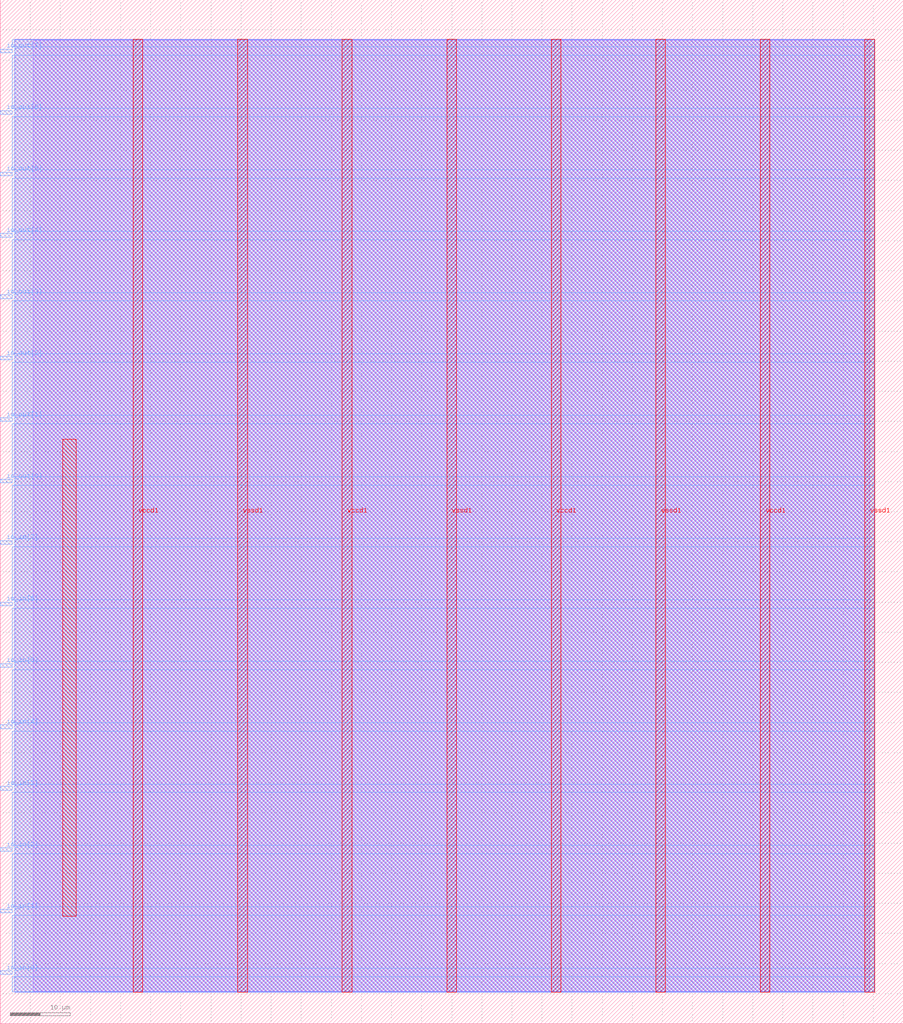
<source format=lef>
VERSION 5.7 ;
  NOWIREEXTENSIONATPIN ON ;
  DIVIDERCHAR "/" ;
  BUSBITCHARS "[]" ;
MACRO user_module_341609034095264340
  CLASS BLOCK ;
  FOREIGN user_module_341609034095264340 ;
  ORIGIN 0.000 0.000 ;
  SIZE 150.000 BY 170.000 ;
  PIN io_in[0]
    DIRECTION INPUT ;
    USE SIGNAL ;
    PORT
      LAYER met3 ;
        RECT 0.000 8.200 2.000 8.800 ;
    END
  END io_in[0]
  PIN io_in[1]
    DIRECTION INPUT ;
    USE SIGNAL ;
    PORT
      LAYER met3 ;
        RECT 0.000 18.400 2.000 19.000 ;
    END
  END io_in[1]
  PIN io_in[2]
    DIRECTION INPUT ;
    USE SIGNAL ;
    PORT
      LAYER met3 ;
        RECT 0.000 28.600 2.000 29.200 ;
    END
  END io_in[2]
  PIN io_in[3]
    DIRECTION INPUT ;
    USE SIGNAL ;
    PORT
      LAYER met3 ;
        RECT 0.000 38.800 2.000 39.400 ;
    END
  END io_in[3]
  PIN io_in[4]
    DIRECTION INPUT ;
    USE SIGNAL ;
    PORT
      LAYER met3 ;
        RECT 0.000 49.000 2.000 49.600 ;
    END
  END io_in[4]
  PIN io_in[5]
    DIRECTION INPUT ;
    USE SIGNAL ;
    PORT
      LAYER met3 ;
        RECT 0.000 59.200 2.000 59.800 ;
    END
  END io_in[5]
  PIN io_in[6]
    DIRECTION INPUT ;
    USE SIGNAL ;
    PORT
      LAYER met3 ;
        RECT 0.000 69.400 2.000 70.000 ;
    END
  END io_in[6]
  PIN io_in[7]
    DIRECTION INPUT ;
    USE SIGNAL ;
    PORT
      LAYER met3 ;
        RECT 0.000 79.600 2.000 80.200 ;
    END
  END io_in[7]
  PIN io_out[0]
    DIRECTION OUTPUT TRISTATE ;
    USE SIGNAL ;
    PORT
      LAYER met3 ;
        RECT 0.000 89.800 2.000 90.400 ;
    END
  END io_out[0]
  PIN io_out[1]
    DIRECTION OUTPUT TRISTATE ;
    USE SIGNAL ;
    PORT
      LAYER met3 ;
        RECT 0.000 100.000 2.000 100.600 ;
    END
  END io_out[1]
  PIN io_out[2]
    DIRECTION OUTPUT TRISTATE ;
    USE SIGNAL ;
    PORT
      LAYER met3 ;
        RECT 0.000 110.200 2.000 110.800 ;
    END
  END io_out[2]
  PIN io_out[3]
    DIRECTION OUTPUT TRISTATE ;
    USE SIGNAL ;
    PORT
      LAYER met3 ;
        RECT 0.000 120.400 2.000 121.000 ;
    END
  END io_out[3]
  PIN io_out[4]
    DIRECTION OUTPUT TRISTATE ;
    USE SIGNAL ;
    PORT
      LAYER met3 ;
        RECT 0.000 130.600 2.000 131.200 ;
    END
  END io_out[4]
  PIN io_out[5]
    DIRECTION OUTPUT TRISTATE ;
    USE SIGNAL ;
    PORT
      LAYER met3 ;
        RECT 0.000 140.800 2.000 141.400 ;
    END
  END io_out[5]
  PIN io_out[6]
    DIRECTION OUTPUT TRISTATE ;
    USE SIGNAL ;
    PORT
      LAYER met3 ;
        RECT 0.000 151.000 2.000 151.600 ;
    END
  END io_out[6]
  PIN io_out[7]
    DIRECTION OUTPUT TRISTATE ;
    USE SIGNAL ;
    PORT
      LAYER met3 ;
        RECT 0.000 161.200 2.000 161.800 ;
    END
  END io_out[7]
  PIN vccd1
    DIRECTION INOUT ;
    USE POWER ;
    PORT
      LAYER met4 ;
        RECT 22.085 5.200 23.685 163.440 ;
    END
    PORT
      LAYER met4 ;
        RECT 56.815 5.200 58.415 163.440 ;
    END
    PORT
      LAYER met4 ;
        RECT 91.545 5.200 93.145 163.440 ;
    END
    PORT
      LAYER met4 ;
        RECT 126.275 5.200 127.875 163.440 ;
    END
  END vccd1
  PIN vssd1
    DIRECTION INOUT ;
    USE GROUND ;
    PORT
      LAYER met4 ;
        RECT 39.450 5.200 41.050 163.440 ;
    END
    PORT
      LAYER met4 ;
        RECT 74.180 5.200 75.780 163.440 ;
    END
    PORT
      LAYER met4 ;
        RECT 108.910 5.200 110.510 163.440 ;
    END
    PORT
      LAYER met4 ;
        RECT 143.640 5.200 145.240 163.440 ;
    END
  END vssd1
  OBS
      LAYER li1 ;
        RECT 5.520 5.355 144.440 163.285 ;
      LAYER met1 ;
        RECT 2.370 5.200 145.240 163.440 ;
      LAYER met2 ;
        RECT 2.390 5.255 145.210 163.385 ;
      LAYER met3 ;
        RECT 2.000 162.200 145.230 163.365 ;
        RECT 2.400 160.800 145.230 162.200 ;
        RECT 2.000 152.000 145.230 160.800 ;
        RECT 2.400 150.600 145.230 152.000 ;
        RECT 2.000 141.800 145.230 150.600 ;
        RECT 2.400 140.400 145.230 141.800 ;
        RECT 2.000 131.600 145.230 140.400 ;
        RECT 2.400 130.200 145.230 131.600 ;
        RECT 2.000 121.400 145.230 130.200 ;
        RECT 2.400 120.000 145.230 121.400 ;
        RECT 2.000 111.200 145.230 120.000 ;
        RECT 2.400 109.800 145.230 111.200 ;
        RECT 2.000 101.000 145.230 109.800 ;
        RECT 2.400 99.600 145.230 101.000 ;
        RECT 2.000 90.800 145.230 99.600 ;
        RECT 2.400 89.400 145.230 90.800 ;
        RECT 2.000 80.600 145.230 89.400 ;
        RECT 2.400 79.200 145.230 80.600 ;
        RECT 2.000 70.400 145.230 79.200 ;
        RECT 2.400 69.000 145.230 70.400 ;
        RECT 2.000 60.200 145.230 69.000 ;
        RECT 2.400 58.800 145.230 60.200 ;
        RECT 2.000 50.000 145.230 58.800 ;
        RECT 2.400 48.600 145.230 50.000 ;
        RECT 2.000 39.800 145.230 48.600 ;
        RECT 2.400 38.400 145.230 39.800 ;
        RECT 2.000 29.600 145.230 38.400 ;
        RECT 2.400 28.200 145.230 29.600 ;
        RECT 2.000 19.400 145.230 28.200 ;
        RECT 2.400 18.000 145.230 19.400 ;
        RECT 2.000 9.200 145.230 18.000 ;
        RECT 2.400 7.800 145.230 9.200 ;
        RECT 2.000 5.275 145.230 7.800 ;
      LAYER met4 ;
        RECT 10.415 17.855 12.585 97.065 ;
  END
END user_module_341609034095264340
END LIBRARY


</source>
